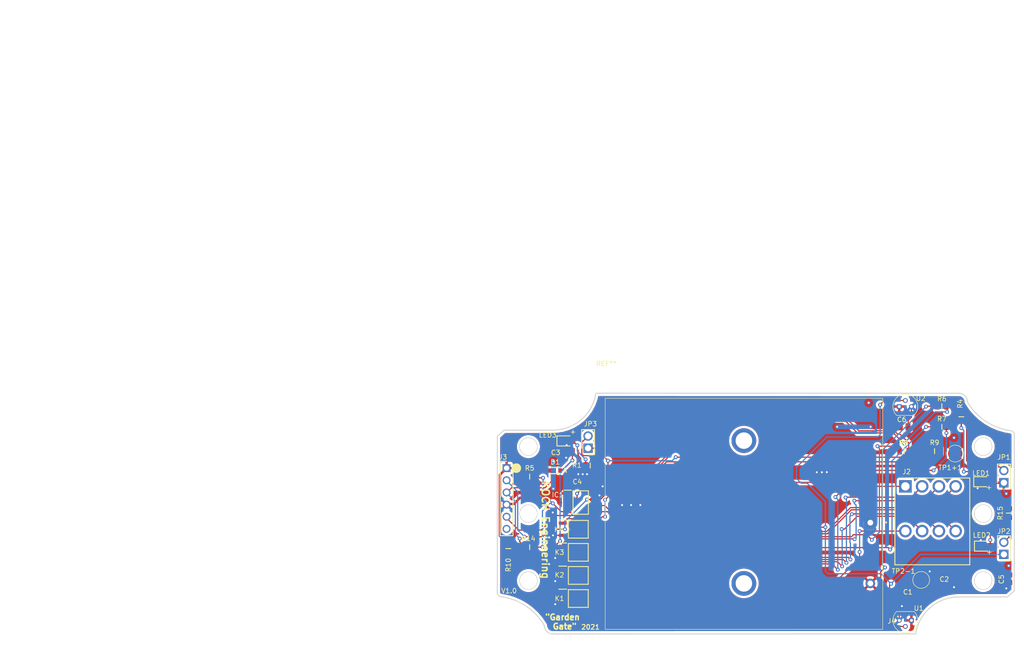
<source format=kicad_pcb>
(kicad_pcb (version 20171130) (host pcbnew "(5.1.10)-1")
  (title_block (title "Garden Gate") (date 2020-12-25) (rev 1.0) (company "KOCH Engineering") (comment 1 "Henrik J. Koch"))
  (layers (0 F.Cu signal) (31 B.Cu signal) (34 B.Paste user) (35 F.Paste user) (36 B.SilkS user) (37 F.SilkS user) (38 B.Mask user) (39 F.Mask user) (44 Edge.Cuts user))
  (net 0 "")
  (net 1 GND)
  (net 2 "Net-(C3-Pad1)")
  (net 3 +BATT)
  (net 4 /VPP_*MCLR)
  (net 5 "Net-(K1-Pad1)")
  (net 6 /DOOR_OPEN)
  (net 7 /N.C.)
  (net 8 /DOOR_CLOSE)
  (net 9 "Net-(K2-Pad1)")
  (net 10 /BATTERY_LOW)
  (net 11 "Net-(K3-Pad1)")
  (net 12 /SPARE)
  (net 13 "Net-(K4-Pad1)")
  (net 14 /DOOR_INTERRUPT_INPUT)
  (net 15 "Net-(IC1-Pad4)")
  (net 16 /DOOR_OPEN_A)
  (net 17 /DOOR_OPEN_B)
  (net 18 /DOOR_CLOSE_A)
  (net 19 /DOOR_CLOSE_B)
  (net 20 /BATTERY_LOW_A)
  (net 21 /BATTERY_LOW_B)
  (net 22 /SPARE_A)
  (net 23 /SPARE_B)
  (net 24 "Net-(LED1-Pad2)")
  (net 25 "Net-(LED2-Pad2)")
  (net 26 "Net-(JP1-Pad2)")
  (net 27 "Net-(LED3-Pad2)")
  (net 28 "Net-(J4-PadMH2)")
  (net 29 "Net-(J4-PadMH1)")
  (net 30 "Net-(JP2-Pad2)")
  (net 31 "Net-(JP3-Pad2)")
  (module "KOCH_GardenGate:3.5 mm. hole for screw" (layer F.Cu) (at 101.353 115.9766)
    (fp_text reference REF**)
    (fp_text value "3.5 mm. hole for screw")
    (pad "" np_thru_hole circle (at 0 4.064) (size 3.5 3.5) (drill 3.5) (layers *.Cu *.Mask))
  )
  (module "KOCH_GardenGate:3.5 mm. hole for screw" (layer F.Cu) (at 101.353 101.9766)
    (fp_text reference REF**)
    (fp_text value "3.5 mm. hole for screw")
    (pad "" np_thru_hole circle (at 0 4.064) (size 3.5 3.5) (drill 3.5) (layers *.Cu *.Mask))
  )
  (module "KOCH_GardenGate:3.5 mm. hole for screw" (layer F.Cu) (at 101.343 87.9766)
    (fp_text reference REF**)
    (fp_text value "3.5 mm. hole for screw")
    (pad "" np_thru_hole circle (at 0 4.064) (size 3.5 3.5) (drill 3.5) (layers *.Cu *.Mask))
  )
  (module "KOCH_GardenGate:3.5 mm. hole for screw" (layer F.Cu) (at 196.343 87.9566)
    (fp_text reference REF**)
    (fp_text value "3.5 mm. hole for screw")
    (pad "" np_thru_hole circle (at 0 4.064) (size 3.5 3.5) (drill 3.5) (layers *.Cu *.Mask))
  )
  (module "KOCH_GardenGate:3.5 mm. hole for screw" (layer F.Cu) (at 196.343 101.9666)
    (fp_text reference REF**)
    (fp_text value "3.5 mm. hole for screw")
    (pad "" np_thru_hole circle (at 0 4.064) (size 3.5 3.5) (drill 3.5) (layers *.Cu *.Mask))
  )
  (module "KOCH_GardenGate:3.5 mm. hole for screw" (layer F.Cu) (at 196.343 115.9666)
    (fp_text reference REF**)
    (fp_text value "3.5 mm. hole for screw")
    (pad "" np_thru_hole circle (at 0 4.064) (size 3.5 3.5) (drill 3.5) (layers *.Cu *.Mask))
  )
  (module "SamacSys Pretty:2464" (layer F.Cu) (at 146.7612 106.0704)
    (fp_text reference J4 (at 30.47332 22.433118) (layer F.SilkS))
    (fp_text value 2464 hide)
    (pad MH2 thru_hole circle (at -0.415 -15.3) (size 5.175 5.175) (drill 3.45) (layers *.Cu *.Mask) (net 28 "Net-(J4-PadMH2)"))
    (pad MH1 thru_hole circle (at -0.415 14.55) (size 5.175 5.175) (drill 3.45) (layers *.Cu *.Mask) (net 29 "Net-(J4-PadMH1)"))
    (pad 2 thru_hole circle (at 26.005 14.55) (size 2 2) (drill 1.2) (layers *.Cu *.Mask) (net 3 +BATT))
    (pad 1 thru_hole circle (at 26.005 1.85) (size 2 2) (drill 1.2) (layers *.Cu *.Mask) (net 1 GND))
  )
  (module KOCH_GardenGate:GardenGateLED (layer F.Cu) (at 109.0676 90.8304)
    (fp_text reference LED3 (at -3.7084 -1.2192) (layer F.SilkS))
    (fp_text value "LTST-C171YKT (Yellow)" hide)
    (pad 2 smd rect (at 1.524 0) (size 1.1 1.25) (layers F.Cu F.Paste F.Mask) (net 27 "Net-(LED3-Pad2)"))
    (pad 1 smd rect (at -0.95 0) (size 1.1 1.25) (layers F.Cu F.Paste F.Mask) (net 1 GND))
  )
  (module KOCH_GardenGate:GardenGateLED (layer F.Cu) (at 196.2912 112.8268)
    (fp_text reference LED2 (at -0.254 -2.286) (layer F.SilkS))
    (fp_text value "LTST-C171YKT (Yellow)" hide)
    (pad 2 smd rect (at 1.524 0) (size 1.1 1.25) (layers F.Cu F.Paste F.Mask) (net 25 "Net-(LED2-Pad2)"))
    (pad 1 smd rect (at -0.95 0) (size 1.1 1.25) (layers F.Cu F.Paste F.Mask) (net 1 GND))
  )
  (module KOCH_GardenGate:GardenGateLED (layer F.Cu) (at 196.1388 99.3648)
    (fp_text reference LED1 (at -0.254 -1.778) (layer F.SilkS))
    (fp_text value "LTST-C171KRKT (Red)" hide)
    (pad 2 smd rect (at 1.524 0) (size 1.1 1.25) (layers F.Cu F.Paste F.Mask) (net 24 "Net-(LED1-Pad2)"))
    (pad 1 smd rect (at -0.95 0) (size 1.1 1.25) (layers F.Cu F.Paste F.Mask) (net 1 GND))
  )
  (module "KOCH Engineering Logo" (layer F.Cu) (at 0 0)
    (fp_text reference REF** (at 117.602 74.676) (layer F.SilkS))
    (fp_text value "KOCH Engineering Logo")
  )
  (module "SamacSys Pretty:RESC2012X60N" (layer F.Cu) (at 201.676 105.918 90)
    (fp_text reference R15 (at 0 -1.778 90) (layer F.SilkS))
    (fp_text value 270R hide)
    (pad 2 smd rect (at 0.95 0 90) (size 0.95 1.4) (layers F.Cu F.Paste F.Mask) (net 25 "Net-(LED2-Pad2)"))
    (pad 1 smd rect (at -0.95 0 90) (size 0.95 1.4) (layers F.Cu F.Paste F.Mask) (net 30 "Net-(JP2-Pad2)"))
  )
  (module "SamacSys Pretty:RESC2012X60N" (layer F.Cu) (at 101.6 113.03 180)
    (fp_text reference R14 (at 0.254 1.778) (layer F.SilkS))
    (fp_text value 100R hide)
    (pad 2 smd rect (at 0.95 0 180) (size 0.95 1.4) (layers F.Cu F.Paste F.Mask) (net 4 /VPP_*MCLR))
    (pad 1 smd rect (at -0.95 0 180) (size 0.95 1.4) (layers F.Cu F.Paste F.Mask) (net 15 "Net-(IC1-Pad4)"))
  )
  (module "SamacSys Pretty:RESC2012X60N" (layer F.Cu) (at 97.1296 113.3348 270)
    (fp_text reference R10 (at 3.429 0 90) (layer F.SilkS))
    (fp_text value 10K hide)
    (pad 2 smd rect (at 0.95 0 270) (size 0.95 1.4) (layers F.Cu F.Paste F.Mask) (net 2 "Net-(C3-Pad1)"))
    (pad 1 smd rect (at -0.95 0 270) (size 0.95 1.4) (layers F.Cu F.Paste F.Mask) (net 3 +BATT))
  )
  (module "SamacSys Pretty:RESC2012X60N" (layer F.Cu) (at 186.182 92.964)
    (fp_text reference R9 (at 0 -1.778) (layer F.SilkS))
    (fp_text value 470R hide)
    (pad 2 smd rect (at 0.95 0) (size 0.95 1.4) (layers F.Cu F.Paste F.Mask) (net 13 "Net-(K4-Pad1)"))
    (pad 1 smd rect (at -0.95 0) (size 0.95 1.4) (layers F.Cu F.Paste F.Mask) (net 12 /SPARE))
  )
  (module "SamacSys Pretty:RESC2012X60N" (layer F.Cu) (at 179.832 92.964 180)
    (fp_text reference R8 (at 0.127 1.651) (layer F.SilkS) (effects (font (thickness 0.18))))
    (fp_text value 470R hide)
    (pad 2 smd rect (at 0.95 0 180) (size 0.95 1.4) (layers F.Cu F.Paste F.Mask) (net 11 "Net-(K3-Pad1)"))
    (pad 1 smd rect (at -0.95 0 180) (size 0.95 1.4) (layers F.Cu F.Paste F.Mask) (net 10 /BATTERY_LOW))
  )
  (module "SamacSys Pretty:RESC2012X60N" (layer F.Cu) (at 187.706 87.884 180)
    (fp_text reference R7 (at 0 1.651) (layer F.SilkS))
    (fp_text value 470R hide)
    (pad 2 smd rect (at 0.95 0 180) (size 0.95 1.4) (layers F.Cu F.Paste F.Mask) (net 9 "Net-(K2-Pad1)"))
    (pad 1 smd rect (at -0.95 0 180) (size 0.95 1.4) (layers F.Cu F.Paste F.Mask) (net 8 /DOOR_CLOSE))
  )
  (module "SamacSys Pretty:RESC2012X60N" (layer F.Cu) (at 187.706 83.566 180)
    (fp_text reference R6 (at 0 1.524) (layer F.SilkS))
    (fp_text value 470R hide)
    (pad 2 smd rect (at 0.95 0 180) (size 0.95 1.4) (layers F.Cu F.Paste F.Mask) (net 5 "Net-(K1-Pad1)"))
    (pad 1 smd rect (at -0.95 0 180) (size 0.95 1.4) (layers F.Cu F.Paste F.Mask) (net 6 /DOOR_OPEN))
  )
  (module "SamacSys Pretty:RESC2012X60N" (layer F.Cu) (at 101.6 98.298)
    (fp_text reference R5 (at 0 -1.778) (layer F.SilkS))
    (fp_text value 10K hide)
    (pad 2 smd rect (at 0.95 0) (size 0.95 1.4) (layers F.Cu F.Paste F.Mask) (net 15 "Net-(IC1-Pad4)"))
    (pad 1 smd rect (at -0.95 0) (size 0.95 1.4) (layers F.Cu F.Paste F.Mask) (net 3 +BATT))
  )
  (module "SamacSys Pretty:RESC2012X60N" (layer F.Cu) (at 191.77 85.786 270)
    (fp_text reference R4 (at -2.728 0.254 90) (layer F.SilkS))
    (fp_text value 270R hide)
    (pad 2 smd rect (at 0.95 0 270) (size 0.95 1.4) (layers F.Cu F.Paste F.Mask) (net 24 "Net-(LED1-Pad2)"))
    (pad 1 smd rect (at -0.95 0 270) (size 0.95 1.4) (layers F.Cu F.Paste F.Mask) (net 26 "Net-(JP1-Pad2)"))
  )
  (module "SamacSys Pretty:RESC2012X60N" (layer F.Cu) (at 114.2492 95.9612 180)
    (fp_text reference R1 (at 2.794 0.0508) (layer F.SilkS))
    (fp_text value 270R hide)
    (pad 2 smd rect (at 0.95 0 180) (size 0.95 1.4) (layers F.Cu F.Paste F.Mask) (net 27 "Net-(LED3-Pad2)"))
    (pad 1 smd rect (at -0.95 0 180) (size 0.95 1.4) (layers F.Cu F.Paste F.Mask) (net 31 "Net-(JP3-Pad2)"))
  )
  (module "SamacSys Pretty:SOP254P700X230-4N" (layer F.Cu) (at 111.75332 109.301118)
    (fp_text reference K4 (at -4.05732 0.045882) (layer F.SilkS))
    (fp_text value G3VM-61VY2 hide)
    (pad 4 smd rect (at 3.25 -1.27 90) (size 0.65 1.65) (layers F.Cu F.Paste F.Mask) (net 22 /SPARE_A))
    (pad 3 smd rect (at 3.25 1.27 90) (size 0.65 1.65) (layers F.Cu F.Paste F.Mask) (net 23 /SPARE_B))
    (pad 2 smd rect (at -3.25 1.27 90) (size 0.65 1.65) (layers F.Cu F.Paste F.Mask) (net 1 GND))
    (pad 1 smd rect (at -3.25 -1.27 90) (size 0.65 1.65) (layers F.Cu F.Paste F.Mask) (net 13 "Net-(K4-Pad1)"))
  )
  (module "SamacSys Pretty:SOP254P700X230-4N" (layer F.Cu) (at 111.75332 114.127118)
    (fp_text reference K3 (at -3.93032 0) (layer F.SilkS))
    (fp_text value G3VM-61VY2 hide)
    (pad 4 smd rect (at 3.25 -1.27 90) (size 0.65 1.65) (layers F.Cu F.Paste F.Mask) (net 20 /BATTERY_LOW_A))
    (pad 3 smd rect (at 3.25 1.27 90) (size 0.65 1.65) (layers F.Cu F.Paste F.Mask) (net 21 /BATTERY_LOW_B))
    (pad 2 smd rect (at -3.25 1.27 90) (size 0.65 1.65) (layers F.Cu F.Paste F.Mask) (net 1 GND))
    (pad 1 smd rect (at -3.25 -1.27 90) (size 0.65 1.65) (layers F.Cu F.Paste F.Mask) (net 11 "Net-(K3-Pad1)"))
  )
  (module "SamacSys Pretty:SOP254P700X230-4N" (layer F.Cu) (at 111.75332 118.953118)
    (fp_text reference K2 (at -3.93032 -0.081118) (layer F.SilkS))
    (fp_text value G3VM-61VY2 hide)
    (pad 4 smd rect (at 3.25 -1.27 90) (size 0.65 1.65) (layers F.Cu F.Paste F.Mask) (net 18 /DOOR_CLOSE_A))
    (pad 3 smd rect (at 3.25 1.27 90) (size 0.65 1.65) (layers F.Cu F.Paste F.Mask) (net 19 /DOOR_CLOSE_B))
    (pad 2 smd rect (at -3.25 1.27 90) (size 0.65 1.65) (layers F.Cu F.Paste F.Mask) (net 1 GND))
    (pad 1 smd rect (at -3.25 -1.27 90) (size 0.65 1.65) (layers F.Cu F.Paste F.Mask) (net 9 "Net-(K2-Pad1)"))
  )
  (module "SamacSys Pretty:SOP254P700X230-4N" (layer F.Cu) (at 111.75332 123.779118)
    (fp_text reference K1 (at -3.93032 0) (layer F.SilkS))
    (fp_text value G3VM-61VY2 hide)
    (pad 4 smd rect (at 3.25 -1.27 90) (size 0.65 1.65) (layers F.Cu F.Paste F.Mask) (net 16 /DOOR_OPEN_A))
    (pad 3 smd rect (at 3.25 1.27 90) (size 0.65 1.65) (layers F.Cu F.Paste F.Mask) (net 17 /DOOR_OPEN_B))
    (pad 2 smd rect (at -3.25 1.27 90) (size 0.65 1.65) (layers F.Cu F.Paste F.Mask) (net 1 GND))
    (pad 1 smd rect (at -3.25 -1.27 90) (size 0.65 1.65) (layers F.Cu F.Paste F.Mask) (net 5 "Net-(K1-Pad1)"))
  )
  (module "SamacSys Pretty:HDRV2W110P0X254_1X2_508X254X854P" (layer F.Cu) (at 200.66 114.554 90)
    (fp_text reference JP2 (at 4.826 0 180) (layer F.SilkS))
    (fp_text value 61300211121 hide)
    (pad 2 thru_hole circle (at 2.54 0 90) (size 1.95 1.95) (drill 1.3) (layers *.Cu *.Mask) (net 30 "Net-(JP2-Pad2)"))
    (pad 1 thru_hole rect (at 0 0 90) (size 1.95 1.95) (drill 1.3) (layers *.Cu *.Mask) (net 14 /DOOR_INTERRUPT_INPUT))
  )
  (module "SamacSys Pretty:HDRV2W110P0X254_1X2_508X254X854P" (layer F.Cu) (at 200.66 99.568 90)
    (fp_text reference JP1 (at 5.334 0 180) (layer F.SilkS))
    (fp_text value 61300211121 hide)
    (pad 2 thru_hole circle (at 2.54 0 90) (size 1.95 1.95) (drill 1.3) (layers *.Cu *.Mask) (net 26 "Net-(JP1-Pad2)"))
    (pad 1 thru_hole rect (at 0 0 90) (size 1.95 1.95) (drill 1.3) (layers *.Cu *.Mask) (net 3 +BATT))
  )
  (module "SamacSys Pretty:HDRV2W110P0X254_1X2_508X254X854P" (layer F.Cu) (at 113.792 92.3544 90)
    (fp_text reference JP3 (at 5.08 0.508 180) (layer F.SilkS))
    (fp_text value 61300211121 hide)
    (pad 2 thru_hole circle (at 2.54 0 90) (size 1.95 1.95) (drill 1.3) (layers *.Cu *.Mask) (net 31 "Net-(JP3-Pad2)"))
    (pad 1 thru_hole rect (at 0 0 90) (size 1.95 1.95) (drill 1.3) (layers *.Cu *.Mask) (net 12 /SPARE))
  )
  (module "SamacSys Pretty:HDRV6W64P0X254_1X6_1524X254X869P" (layer F.Cu) (at 96.774 96.52 270)
    (fp_text reference J3 (at -2.286 0.762 180) (layer F.SilkS))
    (fp_text value 61300611121 hide)
    (pad 6 thru_hole circle (at 12.7 0 270) (size 1.65 1.65) (drill 1.1) (layers *.Cu *.Mask) (net 7 /N.C.))
    (pad 5 thru_hole circle (at 10.16 0 270) (size 1.65 1.65) (drill 1.1) (layers *.Cu *.Mask) (net 8 /DOOR_CLOSE))
    (pad 4 thru_hole circle (at 7.62 0 270) (size 1.65 1.65) (drill 1.1) (layers *.Cu *.Mask) (net 1 GND))
    (pad 3 thru_hole circle (at 5.08 0 270) (size 1.65 1.65) (drill 1.1) (layers *.Cu *.Mask) (net 4 /VPP_*MCLR))
    (pad 2 thru_hole circle (at 2.54 0 270) (size 1.65 1.65) (drill 1.1) (layers *.Cu *.Mask) (net 6 /DOOR_OPEN))
    (pad 1 thru_hole rect (at 0 0 270) (size 1.65 1.65) (drill 1.1) (layers *.Cu *.Mask) (net 3 +BATT))
  )
  (module "SamacSys Pretty:SOIC127P600X175-8N" (layer F.Cu) (at 112.26132 103.713118)
    (fp_text reference IC1 (at -4.81932 -1.605118) (layer F.SilkS))
    (fp_text value PIC12F1822-I_SN hide)
    (pad 8 smd rect (at 2.7 -1.905 90) (size 0.65 1.5) (layers F.Cu F.Paste F.Mask) (net 1 GND))
    (pad 7 smd rect (at 2.7 -0.635 90) (size 0.65 1.5) (layers F.Cu F.Paste F.Mask) (net 6 /DOOR_OPEN))
    (pad 6 smd rect (at 2.7 0.635 90) (size 0.65 1.5) (layers F.Cu F.Paste F.Mask) (net 8 /DOOR_CLOSE))
    (pad 5 smd rect (at 2.7 1.905 90) (size 0.65 1.5) (layers F.Cu F.Paste F.Mask) (net 14 /DOOR_INTERRUPT_INPUT))
    (pad 4 smd rect (at -2.7 1.905 90) (size 0.65 1.5) (layers F.Cu F.Paste F.Mask) (net 15 "Net-(IC1-Pad4)"))
    (pad 3 smd rect (at -2.7 0.635 90) (size 0.65 1.5) (layers F.Cu F.Paste F.Mask) (net 10 /BATTERY_LOW))
    (pad 2 smd rect (at -2.7 -0.635 90) (size 0.65 1.5) (layers F.Cu F.Paste F.Mask) (net 12 /SPARE))
    (pad 1 smd rect (at -2.7 -1.905 90) (size 0.65 1.5) (layers F.Cu F.Paste F.Mask) (net 3 +BATT))
  )
  (module "SamacSys Pretty:SD0805" (layer F.Cu) (at 106.934 97.028)
    (fp_text reference D1 (at 0 -1.778) (layer F.SilkS))
    (fp_text value SD0805S040S0R5 hide)
    (pad 2 smd rect (at 1.05 0) (size 0.8 0.9) (layers F.Cu F.Paste F.Mask) (net 2 "Net-(C3-Pad1)"))
    (pad 1 smd rect (at -1.05 0) (size 0.8 0.9) (layers F.Cu F.Paste F.Mask) (net 4 /VPP_*MCLR))
  )
  (module "SamacSys Pretty:CAPC2012X88N" (layer F.Cu) (at 179.832 87.884 180)
    (fp_text reference C6 (at 0.508 1.524) (layer F.SilkS))
    (fp_text value 100nF hide)
    (pad 2 smd rect (at 0.8 0 180) (size 1.02 1.47) (layers F.Cu F.Paste F.Mask) (net 3 +BATT))
    (pad 1 smd rect (at -0.8 0 180) (size 1.02 1.47) (layers F.Cu F.Paste F.Mask) (net 1 GND))
  )
  (module "SamacSys Pretty:CAPC2012X88N" (layer F.Cu) (at 201.676 119.634 270)
    (fp_text reference C5 (at 0.127 1.524 90) (layer F.SilkS))
    (fp_text value 100nF hide)
    (pad 2 smd rect (at 0.8 0 270) (size 1.02 1.47) (layers F.Cu F.Paste F.Mask) (net 1 GND))
    (pad 1 smd rect (at -0.8 0 270) (size 1.02 1.47) (layers F.Cu F.Paste F.Mask) (net 3 +BATT))
  )
  (module "SamacSys Pretty:CAPC2012X88N" (layer F.Cu) (at 114.3508 99.3648)
    (fp_text reference C4 (at -2.794 0) (layer F.SilkS))
    (fp_text value 100nF hide)
    (pad 2 smd rect (at 0.8 0) (size 1.02 1.47) (layers F.Cu F.Paste F.Mask) (net 1 GND))
    (pad 1 smd rect (at -0.8 0) (size 1.02 1.47) (layers F.Cu F.Paste F.Mask) (net 3 +BATT))
  )
  (module "SamacSys Pretty:CAPC2012X88N" (layer F.Cu) (at 109.728 93.0656 180)
    (fp_text reference C3 (at 2.6924 -0.2032) (layer F.SilkS))
    (fp_text value 100nF hide)
    (pad 2 smd rect (at 0.8 0 180) (size 1.02 1.47) (layers F.Cu F.Paste F.Mask) (net 1 GND))
    (pad 1 smd rect (at -0.8 0 180) (size 1.02 1.47) (layers F.Cu F.Paste F.Mask) (net 2 "Net-(C3-Pad1)"))
  )
  (module "SamacSys Pretty:CAPC2012X135N" (layer F.Cu) (at 188.214 121.412)
    (fp_text reference C2 (at 0 -1.651) (layer F.SilkS))
    (fp_text value 1uF hide)
    (pad 2 smd rect (at 0.79 0) (size 0.96 1.39) (layers F.Cu F.Paste F.Mask) (net 1 GND))
    (pad 1 smd rect (at -0.79 0) (size 0.96 1.39) (layers F.Cu F.Paste F.Mask) (net 3 +BATT))
  )
  (module "SamacSys Pretty:CAPC2012X88N" (layer F.Cu) (at 180.594 123.952)
    (fp_text reference C1 (at 0 -1.524) (layer F.SilkS))
    (fp_text value 100nF hide)
    (pad 2 smd rect (at 0.8 0) (size 1.02 1.47) (layers F.Cu F.Paste F.Mask) (net 3 +BATT))
    (pad 1 smd rect (at -0.8 0) (size 1.02 1.47) (layers F.Cu F.Paste F.Mask) (net 1 GND))
  )
  (module TO_SOT_Packages_THT:TO-92_Molded_Narrow (layer F.Cu) (at 178.80932 83.647118)
    (fp_text reference U2 (at 4.47708 -1.706718) (layer F.SilkS))
    (fp_text value DRV5032AJDBZR)
    (pad 2 thru_hole circle (at 1.27 -1.27 90) (size 1 1) (drill 0.6) (layers *.Cu *.Mask) (net 14 /DOOR_INTERRUPT_INPUT))
    (pad 3 thru_hole circle (at 2.54 0 90) (size 1 1) (drill 0.6) (layers *.Cu *.Mask) (net 1 GND))
    (pad 1 thru_hole rect (at 0 0 90) (size 1 1) (drill 0.6) (layers *.Cu *.Mask) (net 3 +BATT))
  )
  (module TO_SOT_Packages_THT:TO-92_Molded_Narrow (layer F.Cu) (at 181.34932 128.351118 180)
    (fp_text reference U1 (at -1.524 2.54) (layer F.SilkS))
    (fp_text value DRV5032AJDBZR hide)
    (pad 2 thru_hole circle (at 1.27 -1.27 270) (size 1 1) (drill 0.6) (layers *.Cu *.Mask) (net 14 /DOOR_INTERRUPT_INPUT))
    (pad 3 thru_hole circle (at 2.54 0 270) (size 1 1) (drill 0.6) (layers *.Cu *.Mask) (net 1 GND))
    (pad 1 thru_hole rect (at 0 0 270) (size 1 1) (drill 0.6) (layers *.Cu *.Mask) (net 3 +BATT))
  )
  (module SHDR8W110P935X350_2X4_1550X1800X2440P (layer F.Cu) (at 180.086 100.33)
    (fp_text reference J2 (at 0.254 -3.048) (layer F.SilkS))
    (fp_text value 1841513 hide)
    (pad 1 thru_hole rect (at 0 0) (size 2.625 2.625) (drill 1.75) (layers *.Cu *.Mask) (net 16 /DOOR_OPEN_A))
    (pad 2 thru_hole circle (at 0 9.35) (size 2.625 2.625) (drill 1.75) (layers *.Cu *.Mask) (net 17 /DOOR_OPEN_B))
    (pad 3 thru_hole circle (at 3.5 0) (size 2.625 2.625) (drill 1.75) (layers *.Cu *.Mask) (net 18 /DOOR_CLOSE_A))
    (pad 4 thru_hole circle (at 3.5 9.35) (size 2.625 2.625) (drill 1.75) (layers *.Cu *.Mask) (net 19 /DOOR_CLOSE_B))
    (pad 5 thru_hole circle (at 7 0) (size 2.625 2.625) (drill 1.75) (layers *.Cu *.Mask) (net 20 /BATTERY_LOW_A))
    (pad 6 thru_hole circle (at 7 9.35) (size 2.625 2.625) (drill 1.75) (layers *.Cu *.Mask) (net 21 /BATTERY_LOW_B))
    (pad 7 thru_hole circle (at 10.5 0) (size 2.625 2.625) (drill 1.75) (layers *.Cu *.Mask) (net 22 /SPARE_A))
    (pad 8 thru_hole circle (at 10.5 9.35) (size 2.625 2.625) (drill 1.75) (layers *.Cu *.Mask) (net 23 /SPARE_B))
  )
  (module "Test Points:TestPoint_Pad_D3.0mm" (layer F.Cu) (at 190.5 93.472)
    (fp_text reference TP1+1 (at -1.0668 2.9464) (layer F.SilkS))
    (fp_text value TestPoint)
    (pad 1 smd circle (at 0 0) (size 3 3) (layers F.Cu F.Mask) (net 3 +BATT))
  )
  (module "Test Points:TestPoint_Pad_D3.0mm" (layer F.Cu) (at 183.388 119.888)
    (fp_text reference TP2-1 (at -3.7084 -1.8288) (layer F.SilkS))
    (fp_text value TestPoint)
    (pad 1 smd circle (at 0 0) (size 3 3) (layers F.Cu F.Mask) (net 1 GND))
  )
  (gr_text "+\n" (at 110.6424 88.9) (layer F.SilkS) (effects (font (size 1 1))))
  (gr_text "A\n" (at 108.966 97.028) (layer F.SilkS) (effects (font (size 1 1))))
  (gr_text "+\n" (at 197.612 114.046) (layer F.SilkS) (effects (font (size 1 1))))
  (gr_text "+\n" (at 197.5612 100.5332) (layer F.SilkS) (effects (font (size 1 1))))
  (gr_text "2021\n\n" (at 114.3 130.556) (layer F.SilkS) (effects (font (size 1 1) (thickness 0.2))))
  (gr_text "V1.0\n" (at 97.282 122.174) (layer F.SilkS) (effects (font (size 1 1))))
  (gr_line (start 96.249424 88.582758) (end 102.599424 88.582758) (layer Edge.Cuts) (width 0.2))
  (gr_line (start 106.409424 88.582758) (end 102.599424 88.582758) (layer Edge.Cuts) (width 0.2))
  (gr_arc (start 106.409424 79.438758) (end 106.409424 88.582758) (angle -81.1) (layer Edge.Cuts) (width 0.2))
  (gr_line (start 94.83932 89.870916) (end 96.249424 88.582758) (layer Edge.Cuts) (width 0.2))
  (gr_arc (start 191.262 132.588) (end 191.262 123.444) (angle -81.1) (layer Edge.Cuts) (width 0.2))
  (gr_circle (center 98.806 96.52) (end 98.806 96.52) (layer F.SilkS) (width 1))
  (gr_line (start 202.843198 91.502497) (end 202.86145 89.580901) (layer Edge.Cuts) (width 0.2))
  (gr_arc (start 191.255178 82.648845) (end 193.033178 82.648845) (angle -90.51101333) (layer Edge.Cuts) (width 0.2))
  (gr_arc (start 203.708 76.454) (end 193.033178 82.648845) (angle -52.78732097) (layer Edge.Cuts) (width 0.2))
  (gr_arc (start 201.951858 89.580901) (end 202.86145 89.580901) (angle -75.10407873) (layer Edge.Cuts) (width 0.2))
  (gr_arc (start 93.98 135.636) (end 104.654593 129.415427) (angle -52.7) (layer Edge.Cuts) (width 0.2))
  (gr_arc (start 106.432593 129.415427) (end 104.654593 129.415427) (angle -90) (layer Edge.Cuts) (width 0.2))
  (gr_arc (start 95.739322 122.497146) (end 94.82973 122.497146) (angle -74.9) (layer Edge.Cuts) (width 0.2))
  (gr_line (start 94.83932 120.597321) (end 94.82973 122.497146) (layer Edge.Cuts) (width 0.2))
  (gr_text "\"Garden\n Gate\"\n" (at 108.458 128.651) (layer F.SilkS) (effects (font (size 1.2 1.2) (thickness 0.3))))
  (gr_text "KOCH Engineering\n" (at 104.902 109.474 270) (layer F.SilkS) (effects (font (size 1.5 1.5) (thickness 0.3))))
  (gr_line (start 202.843198 91.502497) (end 202.83932 122.187321) (layer Edge.Cuts) (width 0.2))
  (gr_line (start 106.432593 131.193427) (end 182.228095 131.173328) (layer Edge.Cuts) (width 0.2))
  (gr_circle (center 101.33932 106.029118) (end 103.13932 106.029118) (layer Edge.Cuts) (width 0.2))
  (gr_circle (center 101.353 120.0266) (end 103.153 120.0266) (layer Edge.Cuts) (width 0.2))
  (gr_circle (center 196.33932 106.029118) (end 198.13932 106.029118) (layer Edge.Cuts) (width 0.2))
  (gr_circle (center 196.33932 92.029118) (end 198.13932 92.029118) (layer Edge.Cuts) (width 0.2))
  (gr_circle (center 101.33932 92.029118) (end 103.13932 92.029118) (layer Edge.Cuts) (width 0.2))
  (gr_line (start 94.83932 120.597321) (end 94.83932 89.870916) (layer Edge.Cuts) (width 0.2))
  (gr_circle (center 196.33932 120.029118) (end 198.13932 120.029118) (layer Edge.Cuts) (width 0.2))
  (gr_line (start 191.23932 80.870916) (end 115.443329 80.85343) (layer Edge.Cuts) (width 0.2))
  (gr_line (start 202.83932 122.187321) (end 201.422 123.444) (layer Edge.Cuts) (width 0.2))
  (gr_line (start 191.262 123.444) (end 195.072 123.444) (layer Edge.Cuts) (width 0.2))
  (gr_line (start 201.422 123.444) (end 195.072 123.444) (layer Edge.Cuts) (width 0.2))
  (segment (start 180.675118 87.840882) (end 180.632 87.884) (width 0.25) (layer F.Cu) (net 1))
  (segment (start 180.675118 86.441118) (end 180.675118 87.840882) (width 0.25) (layer F.Cu) (net 1))
  (segment (start 180.766882 86.441118) (end 180.675118 86.441118) (width 0.25) (layer F.Cu) (net 1))
  (segment (start 181.34932 85.85868) (end 180.766882 86.441118) (width 0.25) (layer F.Cu) (net 1))
  (segment (start 181.34932 83.647118) (end 181.34932 85.85868) (width 0.25) (layer F.Cu) (net 1))
  (via (at 190.246 121.412) (size 0.8) (drill 0.4) (layers F.Cu B.Cu) (net 1))
  (segment (start 189.004 121.412) (end 190.246 121.412) (width 0.25) (layer F.Cu) (net 1))
  (via (at 106.934 120.142) (size 0.8) (drill 0.4) (layers F.Cu B.Cu) (net 1))
  (via (at 106.934 124.968) (size 0.8) (drill 0.4) (layers F.Cu B.Cu) (net 1))
  (segment (start 108.422202 120.142) (end 108.50332 120.223118) (width 0.25) (layer F.Cu) (net 1))
  (segment (start 106.934 120.142) (end 108.422202 120.142) (width 0.25) (layer F.Cu) (net 1))
  (segment (start 107.015118 125.049118) (end 106.934 124.968) (width 0.25) (layer F.Cu) (net 1))
  (segment (start 108.50332 125.049118) (end 107.015118 125.049118) (width 0.25) (layer F.Cu) (net 1))
  (via (at 106.934028 115.316) (size 0.8) (drill 0.4) (layers F.Cu B.Cu) (net 1))
  (segment (start 108.50332 115.397118) (end 107.015146 115.397118) (width 0.25) (layer F.Cu) (net 1))
  (segment (start 107.015146 115.397118) (end 106.934028 115.316) (width 0.25) (layer F.Cu) (net 1))
  (via (at 106.426 105.791) (size 0.8) (drill 0.4) (layers F.Cu B.Cu) (net 1))
  (via (at 106.471892 110.571118) (size 0.8) (drill 0.4) (layers F.Cu B.Cu) (net 1))
  (segment (start 108.50332 110.571118) (end 106.471892 110.571118) (width 0.25) (layer F.Cu) (net 1))
  (segment (start 106.426 105.791) (end 106.426 110.525226) (width 0.5) (layer B.Cu) (net 1))
  (segment (start 106.426 110.525226) (end 106.471892 110.571118) (width 0.25) (layer B.Cu) (net 1))
  (segment (start 96.774 104.14) (end 96.774 104.013) (width 0.25) (layer F.Cu) (net 1))
  (segment (start 98.298 104.013) (end 96.774 104.013) (width 0.5) (layer F.Cu) (net 1))
  (segment (start 99.568 102.743) (end 98.298 104.013) (width 0.5) (layer F.Cu) (net 1))
  (segment (start 103.378 102.743) (end 99.568 102.743) (width 0.5) (layer F.Cu) (net 1))
  (segment (start 106.426 105.791) (end 103.378 102.743) (width 0.5) (layer F.Cu) (net 1))
  (via (at 201.168 121.666004) (size 0.8) (drill 0.4) (layers F.Cu B.Cu) (net 1))
  (segment (start 201.676 121.158004) (end 201.168 121.666004) (width 0.25) (layer F.Cu) (net 1))
  (segment (start 201.676 120.434) (end 201.676 121.158004) (width 0.25) (layer F.Cu) (net 1))
  (via (at 179.35431 125.3744) (size 0.8) (drill 0.4) (layers F.Cu B.Cu) (net 1))
  (segment (start 179.794 123.952) (end 179.794 124.93471) (width 0.25) (layer F.Cu) (net 1))
  (segment (start 179.794 124.93471) (end 179.35431 125.3744) (width 0.25) (layer F.Cu) (net 1))
  (segment (start 178.80932 128.351118) (end 178.80932 125.91939) (width 0.25) (layer F.Cu) (net 1))
  (segment (start 178.80932 125.91939) (end 179.35431 125.3744) (width 0.25) (layer F.Cu) (net 1))
  (segment (start 108.928 93.0656) (end 108.928 94.0436) (width 0.25) (layer F.Cu) (net 1))
  (via (at 109.22 94.3356) (size 0.8) (drill 0.4) (layers F.Cu B.Cu) (net 1))
  (segment (start 108.928 94.0436) (end 109.22 94.3356) (width 0.25) (layer F.Cu) (net 1))
  (via (at 195.833999 111.5568) (size 0.8) (drill 0.4) (layers F.Cu B.Cu) (net 1))
  (segment (start 195.833999 112.334001) (end 195.833999 111.5568) (width 0.25) (layer F.Cu) (net 1))
  (segment (start 195.3412 112.8268) (end 195.833999 112.334001) (width 0.25) (layer F.Cu) (net 1))
  (segment (start 195.1888 100.7212) (end 195.1736 100.7364) (width 0.25) (layer F.Cu) (net 1))
  (segment (start 195.1888 99.3648) (end 195.1888 100.7212) (width 0.25) (layer F.Cu) (net 1))
  (via (at 195.1736 100.7364) (size 0.8) (drill 0.4) (layers F.Cu B.Cu) (net 1))
  (segment (start 108.458 90.8304) (end 109.3216 91.694) (width 0.25) (layer F.Cu) (net 1))
  (segment (start 108.1176 90.8304) (end 108.458 90.8304) (width 0.25) (layer F.Cu) (net 1))
  (via (at 109.3216 91.694) (size 0.8) (drill 0.4) (layers F.Cu B.Cu) (net 1))
  (via (at 116.84 100.33) (size 0.8) (drill 0.4) (layers F.Cu B.Cu) (net 1))
  (segment (start 115.769673 101.808118) (end 116.180748 102.219193) (width 0.25) (layer F.Cu) (net 1))
  (segment (start 114.96132 101.808118) (end 115.769673 101.808118) (width 0.25) (layer F.Cu) (net 1))
  (via (at 116.180748 102.219193) (size 0.8) (drill 0.4) (layers F.Cu B.Cu) (net 1))
  (segment (start 115.354 99.314) (end 115.824 99.314) (width 0.25) (layer F.Cu) (net 1))
  (segment (start 115.824 99.314) (end 116.84 100.33) (width 0.25) (layer F.Cu) (net 1))
  (segment (start 183.388 119.888) (end 185.166003 118.109997) (width 0.25) (layer F.Cu) (net 1))
  (via (at 185.166003 118.109997) (size 0.8) (drill 0.4) (layers F.Cu B.Cu) (net 1))
  (via (at 113.5888 97.79) (size 0.8) (drill 0.4) (layers F.Cu B.Cu) (net 1))
  (segment (start 113.754 97.9044) (end 113.7412 97.8916) (width 0.25) (layer F.Cu) (net 1))
  (via (at 112.6744 97.79) (size 0.8) (drill 0.4) (layers F.Cu B.Cu) (net 1))
  (segment (start 111.80872 97.74128) (end 111.76 97.79) (width 1) (layer B.Cu) (net 1))
  (via (at 111.76 97.79) (size 0.8) (drill 0.4) (layers F.Cu B.Cu) (net 1))
  (segment (start 120.80032 104.149118) (end 120.8024 104.147038) (width 1) (layer B.Cu) (net 1))
  (segment (start 120.892802 104.2416) (end 122.7836 104.2416) (width 3) (layer F.Cu) (net 1))
  (segment (start 120.80032 104.149118) (end 120.892802 104.2416) (width 3) (layer F.Cu) (net 1))
  (via (at 161.5694 97.3836) (size 0.8) (drill 0.4) (layers F.Cu B.Cu) (net 1))
  (via (at 162.6362 97.3836) (size 0.8) (drill 0.4) (layers F.Cu B.Cu) (net 1))
  (via (at 163.6776 97.3582) (size 0.8) (drill 0.4) (layers F.Cu B.Cu) (net 1))
  (segment (start 120.8024 98.60696) (end 120.8024 98.75312) (width 1) (layer B.Cu) (net 1))
  (segment (start 120.8024 98.75312) (end 120.80032 98.7552) (width 1) (layer B.Cu) (net 1))
  (via (at 120.904 104.2416) (size 0.8) (drill 0.4) (layers F.Cu B.Cu) (net 1))
  (segment (start 121.0564 104.0384) (end 125.5776 104.0384) (width 3) (layer B.Cu) (net 1))
  (segment (start 122.7836 104.2416) (end 124.714 104.2416) (width 3) (layer F.Cu) (net 1))
  (via (at 122.7836 104.2416) (size 0.8) (drill 0.4) (layers F.Cu B.Cu) (net 1))
  (via (at 124.714 104.2416) (size 0.8) (drill 0.4) (layers F.Cu B.Cu) (net 1))
  (segment (start 172.7662 98.522) (end 171.8056 97.5614) (width 3) (layer B.Cu) (net 1))
  (segment (start 172.7662 107.9204) (end 172.7662 98.522) (width 3) (layer B.Cu) (net 1))
  (segment (start 171.577 97.4344) (end 171.704 97.5614) (width 3) (layer B.Cu) (net 1))
  (segment (start 161.6202 97.4344) (end 171.577 97.4344) (width 3) (layer B.Cu) (net 1))
  (segment (start 163.6014 97.4344) (end 163.6776 97.3582) (width 3) (layer F.Cu) (net 1))
  (segment (start 132.4864 97.4344) (end 163.6014 97.4344) (width 3) (layer F.Cu) (net 1))
  (segment (start 125.6792 104.2416) (end 132.4864 97.4344) (width 3) (layer F.Cu) (net 1))
  (segment (start 124.714 104.2416) (end 125.6792 104.2416) (width 3) (layer F.Cu) (net 1))
  (segment (start 120.8024 98.3234) (end 120.7262 98.2472) (width 3) (layer B.Cu) (net 1))
  (segment (start 120.8024 104.147038) (end 120.8024 98.3234) (width 3) (layer B.Cu) (net 1))
  (segment (start 111.8362 97.7138) (end 111.80872 97.74128) (width 2) (layer B.Cu) (net 1))
  (segment (start 120.77284 97.7138) (end 111.8362 97.7138) (width 2) (layer B.Cu) (net 1))
  (segment (start 120.80032 97.74128) (end 120.77284 97.7138) (width 2) (layer B.Cu) (net 1))
  (via (at 107.95 111.76) (size 0.8) (drill 0.4) (layers F.Cu B.Cu) (net 2))
  (segment (start 104.46 115.25) (end 107.95 111.76) (width 0.25) (layer F.Cu) (net 2))
  (segment (start 98.0948 115.25) (end 104.46 115.25) (width 0.25) (layer F.Cu) (net 2))
  (segment (start 97.1296 114.2848) (end 98.0948 115.25) (width 0.25) (layer F.Cu) (net 2))
  (segment (start 110.528 93.0656) (end 110.528 94.899266) (width 0.25) (layer F.Cu) (net 2))
  (segment (start 107.95 111.76) (end 107.95 97.477266) (width 0.25) (layer B.Cu) (net 2))
  (segment (start 110.528 94.899266) (end 110.525707 94.901559) (width 0.25) (layer F.Cu) (net 2))
  (segment (start 108.23132 97.109118) (end 110.438879 94.901559) (width 0.25) (layer F.Cu) (net 2))
  (segment (start 107.95 97.477266) (end 110.525707 94.901559) (width 0.25) (layer B.Cu) (net 2))
  (segment (start 110.438879 94.901559) (end 110.525707 94.901559) (width 0.25) (layer F.Cu) (net 2))
  (via (at 110.525707 94.901559) (size 0.8) (drill 0.4) (layers F.Cu B.Cu) (net 2))
  (segment (start 201.66932 116.921118) (end 201.66932 116.921118) (width 0.25) (layer F.Cu) (net 3))
  (via (at 201.66932 116.921118) (size 0.8) (drill 0.4) (layers F.Cu B.Cu) (net 3))
  (segment (start 96.855118 96.601118) (end 96.76732 96.601118) (width 0.25) (layer B.Cu) (net 3))
  (segment (start 200.65332 99.649118) (end 200.66 99.655798) (width 0.25) (layer B.Cu) (net 3))
  (segment (start 201.66932 118.82732) (end 201.66932 116.921118) (width 0.25) (layer F.Cu) (net 3))
  (segment (start 201.676 118.834) (end 201.66932 118.82732) (width 0.25) (layer F.Cu) (net 3))
  (via (at 201.168 101.853994) (size 0.8) (drill 0.4) (layers F.Cu B.Cu) (net 3))
  (segment (start 200.66 99.568) (end 200.66 101.345994) (width 0.25) (layer B.Cu) (net 3))
  (segment (start 200.66 101.345994) (end 201.168 101.853994) (width 0.25) (layer B.Cu) (net 3))
  (via (at 190.246 90.17) (size 0.8) (drill 0.4) (layers F.Cu B.Cu) (net 3))
  (segment (start 190.246 93.218) (end 190.5 93.472) (width 0.25) (layer F.Cu) (net 3))
  (segment (start 190.246 90.17) (end 190.246 93.218) (width 0.25) (layer F.Cu) (net 3))
  (segment (start 106.934 96.642998) (end 106.934 98.044) (width 0.25) (layer F.Cu) (net 3))
  (via (at 172.8216 87.883996) (size 0.8) (drill 0.4) (layers F.Cu B.Cu) (net 3))
  (segment (start 179.032 87.884) (end 172.821604 87.884) (width 1) (layer F.Cu) (net 3))
  (segment (start 172.821604 87.884) (end 172.8216 87.883996) (width 0.25) (layer F.Cu) (net 3))
  (segment (start 95.38933 110.64453) (end 97.1296 112.3848) (width 0.5) (layer F.Cu) (net 3))
  (segment (start 95.38933 97.90467) (end 95.38933 110.64453) (width 0.5) (layer F.Cu) (net 3))
  (segment (start 96.774 96.52) (end 95.38933 97.90467) (width 0.5) (layer F.Cu) (net 3))
  (segment (start 113.5508 99.3648) (end 113.5888 99.3268) (width 1) (layer F.Cu) (net 3))
  (via (at 172.4152 82.8548) (size 0.8) (drill 0.4) (layers F.Cu B.Cu) (net 3))
  (segment (start 165.836604 87.883996) (end 165.8366 87.884) (width 0.25) (layer B.Cu) (net 3))
  (segment (start 172.8216 87.883996) (end 165.836604 87.883996) (width 1) (layer B.Cu) (net 3))
  (segment (start 165.8366 87.884) (end 165.8366 87.884) (width 0.25) (layer B.Cu) (net 3))
  (via (at 165.8366 87.884) (size 0.8) (drill 0.4) (layers F.Cu B.Cu) (net 3))
  (via (at 106.553 95.1066) (size 0.8) (drill 0.4) (layers F.Cu B.Cu) (net 3))
  (via (at 106.543 100.8166) (size 0.8) (drill 0.4) (layers F.Cu B.Cu) (net 3))
  (segment (start 106.543 95.1166) (end 106.553 95.1066) (width 1) (layer B.Cu) (net 3))
  (segment (start 106.543 100.8166) (end 106.543 95.1166) (width 1) (layer B.Cu) (net 3))
  (segment (start 106.13132 99.298118) (end 106.13132 97.109118) (width 0.25) (layer F.Cu) (net 4))
  (segment (start 96.76732 101.681118) (end 97.82744 100.620998) (width 0.25) (layer F.Cu) (net 4))
  (segment (start 97.82744 100.620998) (end 104.80844 100.620998) (width 0.25) (layer F.Cu) (net 4))
  (segment (start 104.80844 100.620998) (end 106.13132 99.298118) (width 0.25) (layer F.Cu) (net 4))
  (via (at 99.517196 111.252) (size 0.8) (drill 0.4) (layers F.Cu B.Cu) (net 4))
  (segment (start 100.65 113.03) (end 99.517196 111.897196) (width 0.25) (layer F.Cu) (net 4))
  (segment (start 99.517196 111.897196) (end 99.517196 111.252) (width 0.25) (layer F.Cu) (net 4))
  (segment (start 96.76732 101.681118) (end 98.609201 103.522999) (width 0.25) (layer B.Cu) (net 4))
  (segment (start 98.609201 103.522999) (end 98.609201 110.344005) (width 0.25) (layer B.Cu) (net 4))
  (segment (start 98.609201 110.344005) (end 99.517196 111.252) (width 0.25) (layer B.Cu) (net 4))
  (via (at 175.8315 117.284504) (size 0.8) (drill 0.4) (layers F.Cu B.Cu) (net 5))
  (via (at 184.39732 83.647118) (size 0.8) (drill 0.4) (layers F.Cu B.Cu) (net 5))
  (segment (start 186.756 83.566) (end 184.478438 83.566) (width 0.25) (layer F.Cu) (net 5))
  (segment (start 184.478438 83.566) (end 184.39732 83.647118) (width 0.25) (layer F.Cu) (net 5))
  (segment (start 175.2092 92.835238) (end 175.2092 116.662204) (width 0.25) (layer B.Cu) (net 5))
  (segment (start 175.2092 116.662204) (end 175.8315 117.284504) (width 0.25) (layer B.Cu) (net 5))
  (segment (start 184.39732 83.647118) (end 175.2092 92.835238) (width 0.25) (layer B.Cu) (net 5))
  (segment (start 174.9298 118.186204) (end 175.8315 117.284504) (width 0.25) (layer F.Cu) (net 5))
  (segment (start 174.9298 122.301) (end 174.9298 118.186204) (width 0.25) (layer F.Cu) (net 5))
  (segment (start 113.756202 127.762) (end 169.4688 127.762) (width 0.25) (layer F.Cu) (net 5))
  (segment (start 169.4688 127.762) (end 174.9298 122.301) (width 0.25) (layer F.Cu) (net 5))
  (segment (start 108.50332 122.509118) (end 113.756202 127.762) (width 0.25) (layer F.Cu) (net 5))
  (via (at 108.95932 109.301118) (size 0.8) (drill 0.4) (layers F.Cu B.Cu) (net 6))
  (segment (start 188.79532 83.647118) (end 188.79532 84.76268) (width 0.25) (layer F.Cu) (net 6))
  (via (at 188.79532 84.76268) (size 0.8) (drill 0.4) (layers F.Cu B.Cu) (net 6))
  (via (at 113.58391 103.078118) (size 0.8) (drill 0.4) (layers F.Cu B.Cu) (net 6))
  (segment (start 114.96132 103.078118) (end 113.58391 103.078118) (width 0.25) (layer F.Cu) (net 6))
  (segment (start 108.95932 109.301118) (end 108.95932 107.702708) (width 0.25) (layer B.Cu) (net 6))
  (segment (start 108.95932 107.702708) (end 113.58391 103.078118) (width 0.25) (layer B.Cu) (net 6))
  (segment (start 186.35267 84.76268) (end 179.76314 91.35221) (width 0.25) (layer B.Cu) (net 6))
  (segment (start 188.79532 84.76268) (end 186.35267 84.76268) (width 0.25) (layer B.Cu) (net 6))
  (via (at 179.76314 91.35221) (size 0.8) (drill 0.4) (layers F.Cu B.Cu) (net 6))
  (segment (start 99.091805 101.465603) (end 99.091805 109.455007) (width 0.25) (layer B.Cu) (net 6))
  (segment (start 108.95932 109.301118) (end 105.906878 109.301118) (width 0.25) (layer F.Cu) (net 6))
  (segment (start 104.336996 110.871) (end 100.507798 110.871) (width 0.25) (layer F.Cu) (net 6))
  (via (at 100.507798 110.871) (size 0.8) (drill 0.4) (layers F.Cu B.Cu) (net 6))
  (segment (start 96.76732 99.141118) (end 99.091805 101.465603) (width 0.25) (layer B.Cu) (net 6))
  (segment (start 99.091805 109.455007) (end 100.507798 110.871) (width 0.25) (layer B.Cu) (net 6))
  (segment (start 105.906878 109.301118) (end 104.336996 110.871) (width 0.25) (layer F.Cu) (net 6))
  (segment (start 178.254953 89.844023) (end 179.76314 91.35221) (width 0.25) (layer F.Cu) (net 6))
  (segment (start 170.058021 89.159021) (end 177.569951 89.159021) (width 0.25) (layer F.Cu) (net 6))
  (segment (start 167.3098 86.4108) (end 170.058021 89.159021) (width 0.25) (layer F.Cu) (net 6))
  (segment (start 123.228367 101.534822) (end 138.352389 86.4108) (width 0.25) (layer F.Cu) (net 6))
  (segment (start 118.082605 101.534822) (end 123.228367 101.534822) (width 0.25) (layer F.Cu) (net 6))
  (segment (start 117.662404 101.955022) (end 118.082605 101.534822) (width 0.25) (layer F.Cu) (net 6))
  (segment (start 177.569951 89.159021) (end 178.254953 89.844023) (width 0.25) (layer F.Cu) (net 6))
  (segment (start 117.510004 101.955022) (end 117.662404 101.955022) (width 0.25) (layer F.Cu) (net 6))
  (segment (start 138.352389 86.4108) (end 167.3098 86.4108) (width 0.25) (layer F.Cu) (net 6))
  (segment (start 116.386908 103.078118) (end 117.510004 101.955022) (width 0.25) (layer F.Cu) (net 6))
  (segment (start 114.96132 103.078118) (end 116.386908 103.078118) (width 0.25) (layer F.Cu) (net 6))
  (via (at 188.656015 89.175813) (size 0.8) (drill 0.4) (layers F.Cu B.Cu) (net 8))
  (segment (start 188.656 87.884) (end 188.656 89.175798) (width 0.25) (layer F.Cu) (net 8))
  (segment (start 188.656 89.175798) (end 188.656015 89.175813) (width 0.25) (layer F.Cu) (net 8))
  (via (at 185.964992 96.99101) (size 0.8) (drill 0.4) (layers F.Cu B.Cu) (net 8))
  (segment (start 188.656015 89.175813) (end 188.656015 94.299987) (width 0.25) (layer B.Cu) (net 8))
  (segment (start 188.656015 94.299987) (end 185.964992 96.99101) (width 0.25) (layer B.Cu) (net 8))
  (segment (start 111.883438 106.426) (end 113.96132 104.348118) (width 0.25) (layer F.Cu) (net 8))
  (segment (start 107.061 106.426) (end 111.883438 106.426) (width 0.25) (layer F.Cu) (net 8))
  (segment (start 104.013 109.474) (end 107.061 106.426) (width 0.25) (layer F.Cu) (net 8))
  (segment (start 99.314 109.474) (end 104.013 109.474) (width 0.25) (layer F.Cu) (net 8))
  (segment (start 113.96132 104.348118) (end 114.96132 104.348118) (width 0.25) (layer F.Cu) (net 8))
  (segment (start 96.76732 106.92732) (end 99.314 109.474) (width 0.25) (layer F.Cu) (net 8))
  (segment (start 96.76732 106.761118) (end 96.76732 106.92732) (width 0.25) (layer F.Cu) (net 8))
  (segment (start 165.5572 99.4918) (end 168.05799 96.99101) (width 0.25) (layer F.Cu) (net 8))
  (segment (start 133.604 99.4918) (end 165.5572 99.4918) (width 0.25) (layer F.Cu) (net 8))
  (segment (start 168.05799 96.99101) (end 185.964992 96.99101) (width 0.25) (layer F.Cu) (net 8))
  (segment (start 126.7714 106.3244) (end 133.604 99.4918) (width 0.25) (layer F.Cu) (net 8))
  (segment (start 119.2784 106.3244) (end 126.7714 106.3244) (width 0.25) (layer F.Cu) (net 8))
  (segment (start 117.302118 104.348118) (end 119.2784 106.3244) (width 0.25) (layer F.Cu) (net 8))
  (segment (start 114.96132 104.348118) (end 117.302118 104.348118) (width 0.25) (layer F.Cu) (net 8))
  (via (at 184.404 87.884) (size 0.8) (drill 0.4) (layers F.Cu B.Cu) (net 9))
  (segment (start 186.756 87.884) (end 184.404 87.884) (width 0.25) (layer F.Cu) (net 9))
  (via (at 176.91101 113.53799) (size 0.8) (drill 0.4) (layers F.Cu B.Cu) (net 9))
  (segment (start 177.292 113.157) (end 176.91101 113.53799) (width 0.25) (layer B.Cu) (net 9))
  (segment (start 177.292 94.996) (end 177.292 113.157) (width 0.25) (layer B.Cu) (net 9))
  (segment (start 184.404 87.884) (end 177.292 94.996) (width 0.25) (layer B.Cu) (net 9))
  (segment (start 116.088321 113.507119) (end 116.3574 113.23804) (width 0.25) (layer F.Cu) (net 9))
  (segment (start 113.619 113.2078) (end 113.918319 113.507119) (width 0.25) (layer F.Cu) (net 9))
  (segment (start 176.511011 113.137991) (end 176.91101 113.53799) (width 0.25) (layer F.Cu) (net 9))
  (segment (start 116.3574 113.2332) (end 116.459 113.1316) (width 0.25) (layer F.Cu) (net 9))
  (segment (start 108.50332 117.108118) (end 112.403638 113.2078) (width 0.25) (layer F.Cu) (net 9))
  (segment (start 112.403638 113.2078) (end 113.619 113.2078) (width 0.25) (layer F.Cu) (net 9))
  (segment (start 176.50462 113.1316) (end 176.511011 113.137991) (width 0.25) (layer F.Cu) (net 9))
  (segment (start 116.3574 113.23804) (end 116.3574 113.2332) (width 0.25) (layer F.Cu) (net 9))
  (segment (start 113.918319 113.507119) (end 116.088321 113.507119) (width 0.25) (layer F.Cu) (net 9))
  (segment (start 108.50332 117.683118) (end 108.50332 117.108118) (width 0.25) (layer F.Cu) (net 9))
  (segment (start 116.459 113.1316) (end 176.50462 113.1316) (width 0.25) (layer F.Cu) (net 9))
  (segment (start 180.782 91.24841) (end 180.782 92.964) (width 0.25) (layer F.Cu) (net 10))
  (segment (start 178.927602 89.394012) (end 180.782 91.24841) (width 0.25) (layer F.Cu) (net 10))
  (segment (start 109.56132 104.348118) (end 110.666882 104.348118) (width 0.25) (layer F.Cu) (net 10))
  (segment (start 170.34461 88.70901) (end 177.756351 88.70901) (width 0.25) (layer F.Cu) (net 10))
  (segment (start 110.666882 104.348118) (end 113.856883 101.158117) (width 0.25) (layer F.Cu) (net 10))
  (segment (start 113.856883 101.158117) (end 115.958703 101.158117) (width 0.25) (layer F.Cu) (net 10))
  (segment (start 117.896205 101.084811) (end 123.041967 101.084811) (width 0.25) (layer F.Cu) (net 10))
  (segment (start 115.958703 101.158117) (end 116.305597 101.505011) (width 0.25) (layer F.Cu) (net 10))
  (segment (start 116.305597 101.505011) (end 117.476004 101.505011) (width 0.25) (layer F.Cu) (net 10))
  (segment (start 117.476004 101.505011) (end 117.896205 101.084811) (width 0.25) (layer F.Cu) (net 10))
  (segment (start 123.041967 101.084811) (end 138.325578 85.8012) (width 0.25) (layer F.Cu) (net 10))
  (segment (start 138.325578 85.8012) (end 167.4368 85.8012) (width 0.25) (layer F.Cu) (net 10))
  (segment (start 177.756351 88.70901) (end 178.441352 89.394012) (width 0.25) (layer F.Cu) (net 10))
  (segment (start 167.4368 85.8012) (end 170.34461 88.70901) (width 0.25) (layer F.Cu) (net 10))
  (segment (start 178.441352 89.394012) (end 178.927602 89.394012) (width 0.25) (layer F.Cu) (net 10))
  (via (at 173.075594 111.506) (size 0.8) (drill 0.4) (layers F.Cu B.Cu) (net 11))
  (segment (start 178.882 92.964) (end 177.85219 91.93419) (width 0.25) (layer F.Cu) (net 11))
  (via (at 174.25781 91.93419) (size 0.8) (drill 0.4) (layers F.Cu B.Cu) (net 11))
  (segment (start 177.85219 91.93419) (end 174.25781 91.93419) (width 0.25) (layer F.Cu) (net 11))
  (segment (start 173.075594 111.506) (end 174.657809 109.923785) (width 0.25) (layer B.Cu) (net 11))
  (segment (start 174.657809 92.334189) (end 174.25781 91.93419) (width 0.25) (layer B.Cu) (net 11))
  (segment (start 174.657809 109.923785) (end 174.657809 92.334189) (width 0.25) (layer B.Cu) (net 11))
  (segment (start 113.853319 111.156119) (end 113.918319 111.221119) (width 0.25) (layer F.Cu) (net 11))
  (segment (start 172.008794 110.4392) (end 173.075594 111.506) (width 0.25) (layer F.Cu) (net 11))
  (segment (start 168.827596 110.8456) (end 169.233996 110.4392) (width 0.25) (layer F.Cu) (net 11))
  (segment (start 116.064729 111.221119) (end 116.440248 110.8456) (width 0.25) (layer F.Cu) (net 11))
  (segment (start 108.50332 112.857118) (end 108.50332 112.282118) (width 0.25) (layer F.Cu) (net 11))
  (segment (start 113.853319 110.8456) (end 113.853319 111.156119) (width 0.25) (layer F.Cu) (net 11))
  (segment (start 109.939838 110.8456) (end 113.853319 110.8456) (width 0.25) (layer F.Cu) (net 11))
  (segment (start 113.918319 111.221119) (end 116.064729 111.221119) (width 0.25) (layer F.Cu) (net 11))
  (segment (start 116.440248 110.8456) (end 168.827596 110.8456) (width 0.25) (layer F.Cu) (net 11))
  (segment (start 169.233996 110.4392) (end 172.008794 110.4392) (width 0.25) (layer F.Cu) (net 11))
  (segment (start 108.50332 112.282118) (end 109.939838 110.8456) (width 0.25) (layer F.Cu) (net 11))
  (via (at 111.49932 101.84733) (size 0.8) (drill 0.4) (layers F.Cu B.Cu) (net 12))
  (segment (start 111.043882 103.078118) (end 111.49932 102.62268) (width 0.25) (layer F.Cu) (net 12))
  (segment (start 109.56132 103.078118) (end 111.043882 103.078118) (width 0.25) (layer F.Cu) (net 12))
  (segment (start 111.49932 102.62268) (end 111.49932 101.84733) (width 0.25) (layer F.Cu) (net 12))
  (segment (start 184.3024 92.964) (end 183.0324 94.234) (width 0.25) (layer F.Cu) (net 12))
  (segment (start 185.232 92.964) (end 184.3024 92.964) (width 0.25) (layer F.Cu) (net 12))
  (segment (start 183.0324 94.234) (end 132.1054 94.234) (width 0.25) (layer F.Cu) (net 12))
  (via (at 132.1054 94.234) (size 0.8) (drill 0.4) (layers F.Cu B.Cu) (net 12))
  (segment (start 113.792 92.3544) (end 115.341401 92.3544) (width 0.25) (layer F.Cu) (net 12))
  (segment (start 115.341401 92.3544) (end 117.9576 94.970599) (width 0.25) (layer F.Cu) (net 12))
  (via (at 117.9576 94.970599) (size 0.8) (drill 0.4) (layers F.Cu B.Cu) (net 12))
  (segment (start 111.49932 101.84733) (end 112.71185 100.6348) (width 0.25) (layer F.Cu) (net 12))
  (segment (start 112.71185 100.6348) (end 116.114998 100.6348) (width 0.25) (layer F.Cu) (net 12))
  (segment (start 131.368801 94.970599) (end 117.9576 94.970599) (width 0.25) (layer B.Cu) (net 12))
  (segment (start 116.114998 100.6348) (end 116.5352 101.055002) (width 0.25) (layer F.Cu) (net 12))
  (segment (start 132.1054 94.234) (end 131.368801 94.970599) (width 0.25) (layer B.Cu) (net 12))
  (segment (start 117.289602 101.055002) (end 117.9576 100.387004) (width 0.25) (layer F.Cu) (net 12))
  (segment (start 116.5352 101.055002) (end 117.289602 101.055002) (width 0.25) (layer F.Cu) (net 12))
  (segment (start 117.9576 100.387004) (end 117.9576 94.970599) (width 0.25) (layer F.Cu) (net 12))
  (via (at 117.348 106.68) (size 0.8) (drill 0.4) (layers F.Cu B.Cu) (net 13))
  (segment (start 116.782315 106.68) (end 117.348 106.68) (width 0.25) (layer F.Cu) (net 13))
  (segment (start 108.50332 108.031118) (end 109.454439 107.079999) (width 0.25) (layer F.Cu) (net 13))
  (segment (start 116.382316 107.079999) (end 116.782315 106.68) (width 0.25) (layer F.Cu) (net 13))
  (segment (start 109.454439 107.079999) (end 116.382316 107.079999) (width 0.25) (layer F.Cu) (net 13))
  (via (at 117.348 103.151612) (size 0.8) (drill 0.4) (layers F.Cu B.Cu) (net 13))
  (segment (start 117.348 106.68) (end 117.348 103.151612) (width 0.25) (layer B.Cu) (net 13))
  (segment (start 118.514779 101.984833) (end 117.348 103.151612) (width 0.25) (layer F.Cu) (net 13))
  (segment (start 130.2004 95.1992) (end 123.414767 101.984833) (width 0.25) (layer F.Cu) (net 13))
  (segment (start 184.496999 93.989001) (end 183.2868 95.1992) (width 0.25) (layer F.Cu) (net 13))
  (segment (start 183.2868 95.1992) (end 130.2004 95.1992) (width 0.25) (layer F.Cu) (net 13))
  (segment (start 187.056999 93.989001) (end 184.496999 93.989001) (width 0.25) (layer F.Cu) (net 13))
  (segment (start 123.414767 101.984833) (end 118.514779 101.984833) (width 0.25) (layer F.Cu) (net 13))
  (segment (start 187.132 93.914) (end 187.056999 93.989001) (width 0.25) (layer F.Cu) (net 13))
  (segment (start 187.132 92.964) (end 187.132 93.914) (width 0.25) (layer F.Cu) (net 13))
  (segment (start 175.686882 82.377118) (end 174.8028 83.2612) (width 0.25) (layer F.Cu) (net 14))
  (segment (start 180.07932 82.377118) (end 175.686882 82.377118) (width 0.25) (layer F.Cu) (net 14))
  (via (at 174.8028 83.2612) (size 0.8) (drill 0.4) (layers F.Cu B.Cu) (net 14))
  (via (at 163.3728 108.8644) (size 0.8) (drill 0.4) (layers F.Cu B.Cu) (net 14))
  (segment (start 174.8028 89.5604) (end 174.8028 83.2612) (width 0.25) (layer B.Cu) (net 14))
  (segment (start 174.3456 90.0176) (end 174.8028 89.5604) (width 0.25) (layer B.Cu) (net 14))
  (segment (start 157.3276 96.3676) (end 163.6776 90.0176) (width 0.25) (layer B.Cu) (net 14))
  (segment (start 157.3276 98.6536) (end 157.3276 96.3676) (width 0.25) (layer B.Cu) (net 14))
  (segment (start 158.3436 99.6696) (end 157.3276 98.6536) (width 0.25) (layer B.Cu) (net 14))
  (segment (start 159.5628 99.6696) (end 158.3436 99.6696) (width 0.25) (layer B.Cu) (net 14))
  (segment (start 163.6776 90.0176) (end 174.3456 90.0176) (width 0.25) (layer B.Cu) (net 14))
  (segment (start 163.3728 103.4796) (end 159.5628 99.6696) (width 0.25) (layer B.Cu) (net 14))
  (segment (start 163.3728 108.8644) (end 163.3728 103.4796) (width 0.25) (layer B.Cu) (net 14))
  (via (at 177.088798 120.7008) (size 0.8) (drill 0.4) (layers F.Cu B.Cu) (net 14))
  (segment (start 200.66 114.554) (end 183.235598 114.554) (width 0.25) (layer B.Cu) (net 14))
  (segment (start 163.3728 118.0592) (end 163.9062 118.5926) (width 0.25) (layer B.Cu) (net 14))
  (segment (start 183.235598 114.554) (end 177.088798 120.7008) (width 0.25) (layer B.Cu) (net 14))
  (segment (start 163.3728 108.8644) (end 163.3728 118.0592) (width 0.25) (layer B.Cu) (net 14))
  (segment (start 163.9062 118.5926) (end 174.980598 118.5926) (width 0.25) (layer B.Cu) (net 14))
  (segment (start 174.980598 118.5926) (end 177.088798 120.7008) (width 0.25) (layer B.Cu) (net 14))
  (segment (start 176.784 121.005598) (end 177.088798 120.7008) (width 0.25) (layer F.Cu) (net 14))
  (segment (start 176.784 128.9812) (end 176.784 121.005598) (width 0.25) (layer F.Cu) (net 14))
  (segment (start 177.423918 129.621118) (end 176.784 128.9812) (width 0.25) (layer F.Cu) (net 14))
  (segment (start 180.07932 129.621118) (end 177.423918 129.621118) (width 0.25) (layer F.Cu) (net 14))
  (segment (start 114.96132 105.618118) (end 117.860918 105.618118) (width 0.25) (layer F.Cu) (net 14))
  (segment (start 120.250001 108.007201) (end 130.367901 108.007201) (width 0.25) (layer F.Cu) (net 14))
  (segment (start 117.860918 105.618118) (end 120.250001 108.007201) (width 0.25) (layer F.Cu) (net 14))
  (segment (start 130.367901 108.007201) (end 131.2251 108.8644) (width 0.25) (layer F.Cu) (net 14))
  (segment (start 131.2251 108.8644) (end 163.3728 108.8644) (width 0.25) (layer F.Cu) (net 14))
  (segment (start 102.55 113.03) (end 102.550032 113.030032) (width 0.25) (layer F.Cu) (net 15))
  (segment (start 109.56132 105.618118) (end 108.158118 105.618118) (width 0.25) (layer F.Cu) (net 15))
  (via (at 106.426 103.886) (size 0.8) (drill 0.4) (layers F.Cu B.Cu) (net 15))
  (segment (start 108.158118 105.618118) (end 106.426 103.886) (width 0.25) (layer F.Cu) (net 15))
  (segment (start 106.426 103.886) (end 104.394 101.854) (width 0.25) (layer B.Cu) (net 15))
  (via (at 104.394 98.552) (size 0.8) (drill 0.4) (layers F.Cu B.Cu) (net 15))
  (segment (start 104.394 101.854) (end 104.394 98.552) (width 0.25) (layer B.Cu) (net 15))
  (segment (start 103.378 98.298) (end 102.55 98.298) (width 0.25) (layer F.Cu) (net 15))
  (segment (start 103.632 98.552) (end 103.378 98.298) (width 0.25) (layer F.Cu) (net 15))
  (segment (start 104.394 98.552) (end 103.632 98.552) (width 0.25) (layer F.Cu) (net 15))
  (segment (start 102.55 113.03) (end 104.267 113.03) (width 0.25) (layer F.Cu) (net 15))
  (via (at 104.267 113.03) (size 0.8) (drill 0.4) (layers F.Cu B.Cu) (net 15))
  (segment (start 104.267 105.479315) (end 104.267 113.03) (width 0.25) (layer B.Cu) (net 15))
  (segment (start 105.860315 103.886) (end 104.267 105.479315) (width 0.25) (layer B.Cu) (net 15))
  (segment (start 106.426 103.886) (end 105.860315 103.886) (width 0.25) (layer B.Cu) (net 15))
  (via (at 165.9636 117.7544) (size 0.8) (drill 0.4) (layers F.Cu B.Cu) (net 16))
  (segment (start 164.7444 116.5352) (end 165.9636 117.7544) (width 0.25) (layer F.Cu) (net 16))
  (segment (start 121.2342 116.5352) (end 164.7444 116.5352) (width 0.25) (layer F.Cu) (net 16))
  (segment (start 116.7384 121.031) (end 121.2342 116.5352) (width 0.25) (layer F.Cu) (net 16))
  (segment (start 116.7384 121.7422) (end 116.7384 121.031) (width 0.25) (layer F.Cu) (net 16))
  (segment (start 115.971482 122.509118) (end 116.7384 121.7422) (width 0.25) (layer F.Cu) (net 16))
  (segment (start 115.00332 122.509118) (end 115.971482 122.509118) (width 0.25) (layer F.Cu) (net 16))
  (via (at 165.4556 102.5652) (size 0.8) (drill 0.4) (layers F.Cu B.Cu) (net 16))
  (segment (start 165.9636 117.7544) (end 165.9636 103.0732) (width 0.25) (layer B.Cu) (net 16))
  (segment (start 165.9636 103.0732) (end 165.4556 102.5652) (width 0.25) (layer B.Cu) (net 16))
  (segment (start 180.086 100.33) (end 167.6908 100.33) (width 0.25) (layer F.Cu) (net 16))
  (segment (start 167.6908 100.33) (end 165.4556 102.5652) (width 0.25) (layer F.Cu) (net 16))
  (via (at 170.52179 109.68) (size 0.8) (drill 0.4) (layers F.Cu B.Cu) (net 17))
  (segment (start 180.086 109.68) (end 170.52179 109.68) (width 0.25) (layer F.Cu) (net 17))
  (segment (start 170.521792 115.285895) (end 170.521792 114.046) (width 0.25) (layer F.Cu) (net 17))
  (segment (start 160.758569 125.049118) (end 170.521792 115.285895) (width 0.25) (layer F.Cu) (net 17))
  (segment (start 115.00332 125.049118) (end 160.758569 125.049118) (width 0.25) (layer F.Cu) (net 17))
  (segment (start 170.52179 109.68) (end 170.52179 114.045998) (width 0.25) (layer B.Cu) (net 17))
  (segment (start 170.52179 114.045998) (end 170.521792 114.046) (width 0.25) (layer B.Cu) (net 17))
  (via (at 170.521792 114.046) (size 0.8) (drill 0.4) (layers F.Cu B.Cu) (net 17))
  (via (at 167.772784 116.300794) (size 0.8) (drill 0.4) (layers F.Cu B.Cu) (net 18))
  (segment (start 118.556498 117.683118) (end 120.604438 115.635178) (width 0.25) (layer F.Cu) (net 18))
  (segment (start 167.107168 115.635178) (end 167.772784 116.300794) (width 0.25) (layer F.Cu) (net 18))
  (segment (start 120.604438 115.635178) (end 167.107168 115.635178) (width 0.25) (layer F.Cu) (net 18))
  (segment (start 115.00332 117.683118) (end 118.556498 117.683118) (width 0.25) (layer F.Cu) (net 18))
  (segment (start 167.772784 102.850384) (end 167.5892 102.6668) (width 0.25) (layer B.Cu) (net 18))
  (segment (start 167.6654 102.5906) (end 167.5892 102.6668) (width 0.25) (layer F.Cu) (net 18))
  (segment (start 181.3254 102.5906) (end 167.6654 102.5906) (width 0.25) (layer F.Cu) (net 18))
  (segment (start 167.772784 116.300794) (end 167.772784 102.850384) (width 0.25) (layer B.Cu) (net 18))
  (segment (start 183.586 100.33) (end 181.3254 102.5906) (width 0.25) (layer F.Cu) (net 18))
  (via (at 167.5892 102.6668) (size 0.8) (drill 0.4) (layers F.Cu B.Cu) (net 18))
  (via (at 166.878008 117.05701) (size 0.8) (drill 0.4) (layers F.Cu B.Cu) (net 19))
  (segment (start 166.878008 109.37241) (end 166.776398 109.2708) (width 0.25) (layer B.Cu) (net 19))
  (via (at 166.776398 109.2708) (size 0.8) (drill 0.4) (layers F.Cu B.Cu) (net 19))
  (segment (start 166.878008 117.05701) (end 166.878008 109.37241) (width 0.25) (layer B.Cu) (net 19))
  (segment (start 120.790838 116.085189) (end 165.906187 116.085189) (width 0.25) (layer F.Cu) (net 19))
  (segment (start 116.652909 120.223118) (end 120.790838 116.085189) (width 0.25) (layer F.Cu) (net 19))
  (segment (start 115.00332 120.223118) (end 116.652909 120.223118) (width 0.25) (layer F.Cu) (net 19))
  (segment (start 165.906187 116.085189) (end 166.878008 117.05701) (width 0.25) (layer F.Cu) (net 19))
  (segment (start 167.342083 109.2708) (end 166.776398 109.2708) (width 0.25) (layer F.Cu) (net 19))
  (segment (start 183.586 109.68) (end 180.482399 106.576399) (width 0.25) (layer F.Cu) (net 19))
  (segment (start 180.482399 106.576399) (end 170.036484 106.576399) (width 0.25) (layer F.Cu) (net 19))
  (segment (start 170.036484 106.576399) (end 167.342083 109.2708) (width 0.25) (layer F.Cu) (net 19))
  (segment (start 184.0888 103.3272) (end 169.417994 103.3272) (width 0.25) (layer F.Cu) (net 20))
  (segment (start 187.086 100.33) (end 184.0888 103.3272) (width 0.25) (layer F.Cu) (net 20))
  (via (at 169.417994 103.3272) (size 0.8) (drill 0.4) (layers F.Cu B.Cu) (net 20))
  (segment (start 169.417994 103.892885) (end 169.792601 104.267492) (width 0.25) (layer B.Cu) (net 20))
  (segment (start 116.07832 112.857118) (end 117.629548 111.30589) (width 0.25) (layer F.Cu) (net 20))
  (via (at 169.4688 111.379) (size 0.8) (drill 0.4) (layers F.Cu B.Cu) (net 20))
  (segment (start 169.39569 111.30589) (end 169.4688 111.379) (width 0.25) (layer F.Cu) (net 20))
  (segment (start 169.417994 103.3272) (end 169.417994 103.892885) (width 0.25) (layer B.Cu) (net 20))
  (segment (start 117.629548 111.30589) (end 169.39569 111.30589) (width 0.25) (layer F.Cu) (net 20))
  (segment (start 169.792601 111.055199) (end 169.4688 111.379) (width 0.25) (layer B.Cu) (net 20))
  (segment (start 169.792601 104.267492) (end 169.792601 111.055199) (width 0.25) (layer B.Cu) (net 20))
  (segment (start 115.00332 112.857118) (end 116.07832 112.857118) (width 0.25) (layer F.Cu) (net 20))
  (via (at 168.6052 115.6208) (size 0.8) (drill 0.4) (layers F.Cu B.Cu) (net 21))
  (segment (start 168.169567 115.185167) (end 168.6052 115.6208) (width 0.25) (layer F.Cu) (net 21))
  (segment (start 120.206087 115.397118) (end 120.418038 115.185167) (width 0.25) (layer F.Cu) (net 21))
  (segment (start 115.00332 115.397118) (end 120.206087 115.397118) (width 0.25) (layer F.Cu) (net 21))
  (segment (start 120.418038 115.185167) (end 168.169567 115.185167) (width 0.25) (layer F.Cu) (net 21))
  (segment (start 183.483589 106.077589) (end 168.982133 106.077589) (width 0.25) (layer F.Cu) (net 21))
  (segment (start 168.982133 106.077589) (end 168.902173 106.157549) (width 0.25) (layer F.Cu) (net 21))
  (segment (start 187.086 109.68) (end 183.483589 106.077589) (width 0.25) (layer F.Cu) (net 21))
  (via (at 168.902173 106.157549) (size 0.8) (drill 0.4) (layers F.Cu B.Cu) (net 21))
  (segment (start 168.6052 112.172602) (end 168.502174 112.069576) (width 0.25) (layer B.Cu) (net 21))
  (segment (start 168.502174 112.069576) (end 168.502174 106.557548) (width 0.25) (layer B.Cu) (net 21))
  (segment (start 168.502174 106.557548) (end 168.902173 106.157549) (width 0.25) (layer B.Cu) (net 21))
  (segment (start 168.6052 115.6208) (end 168.6052 112.172602) (width 0.25) (layer B.Cu) (net 21))
  (segment (start 115.084438 107.95) (end 115.00332 108.031118) (width 0.25) (layer F.Cu) (net 22))
  (segment (start 116.65332 108.606118) (end 116.07832 108.031118) (width 0.25) (layer F.Cu) (net 22))
  (segment (start 130.330408 108.606118) (end 116.65332 108.606118) (width 0.25) (layer F.Cu) (net 22))
  (segment (start 190.586 100.33) (end 186.141 104.775) (width 0.25) (layer F.Cu) (net 22))
  (segment (start 186.141 104.775) (end 168.622992 104.775) (width 0.25) (layer F.Cu) (net 22))
  (segment (start 116.07832 108.031118) (end 115.00332 108.031118) (width 0.25) (layer F.Cu) (net 22))
  (segment (start 163.619192 109.7788) (end 131.50309 109.7788) (width 0.25) (layer F.Cu) (net 22))
  (segment (start 168.622992 104.775) (end 163.619192 109.7788) (width 0.25) (layer F.Cu) (net 22))
  (segment (start 131.50309 109.7788) (end 130.330408 108.606118) (width 0.25) (layer F.Cu) (net 22))
  (segment (start 115.00332 109.996118) (end 115.00332 110.571118) (width 0.25) (layer F.Cu) (net 23))
  (segment (start 115.627038 109.3724) (end 115.00332 109.996118) (width 0.25) (layer F.Cu) (net 23))
  (segment (start 130.460278 109.3724) (end 115.627038 109.3724) (width 0.25) (layer F.Cu) (net 23))
  (segment (start 168.809392 105.225011) (end 163.798403 110.236) (width 0.25) (layer F.Cu) (net 23))
  (segment (start 163.798403 110.236) (end 131.323878 110.236) (width 0.25) (layer F.Cu) (net 23))
  (segment (start 186.131011 105.225011) (end 168.809392 105.225011) (width 0.25) (layer F.Cu) (net 23))
  (segment (start 190.586 109.68) (end 186.131011 105.225011) (width 0.25) (layer F.Cu) (net 23))
  (segment (start 131.323878 110.236) (end 130.460278 109.3724) (width 0.25) (layer F.Cu) (net 23))
  (segment (start 191.77 87.61664) (end 191.76332 87.62332) (width 0.25) (layer F.Cu) (net 24))
  (segment (start 191.77 86.736) (end 191.77 87.61664) (width 0.25) (layer F.Cu) (net 24))
  (segment (start 191.76332 87.283118) (end 191.76332 87.62332) (width 0.25) (layer F.Cu) (net 24))
  (via (at 191.77 88.138004) (size 0.8) (drill 0.4) (layers F.Cu B.Cu) (net 24))
  (segment (start 191.76332 87.62332) (end 191.77 87.63) (width 0.25) (layer F.Cu) (net 24))
  (segment (start 191.77 87.63) (end 191.77 88.138004) (width 0.25) (layer F.Cu) (net 24))
  (segment (start 192.296999 88.665003) (end 191.77 88.138004) (width 0.25) (layer B.Cu) (net 24))
  (segment (start 192.296999 97.250199) (end 192.296999 97.250199) (width 0.25) (layer B.Cu) (net 24))
  (segment (start 192.296999 97.250199) (end 192.296999 88.665003) (width 0.25) (layer B.Cu) (net 24))
  (via (at 192.296999 97.250199) (size 0.8) (drill 0.4) (layers F.Cu B.Cu) (net 24))
  (segment (start 195.548199 97.250199) (end 192.296999 97.250199) (width 0.25) (layer F.Cu) (net 24))
  (segment (start 197.6628 99.3648) (end 195.548199 97.250199) (width 0.25) (layer F.Cu) (net 24))
  (segment (start 197.6984 99.3292) (end 197.6628 99.3648) (width 0.25) (layer F.Cu) (net 24))
  (via (at 197.815204 111.556796) (size 0.8) (drill 0.4) (layers F.Cu B.Cu) (net 25))
  (segment (start 197.8152 112.8268) (end 197.8152 111.5568) (width 0.25) (layer F.Cu) (net 25))
  (segment (start 201.676 104.968) (end 197.815204 108.828796) (width 0.25) (layer F.Cu) (net 25))
  (segment (start 197.815204 108.828796) (end 197.815204 111.556796) (width 0.25) (layer F.Cu) (net 25))
  (segment (start 197.8152 111.5568) (end 197.815204 111.556796) (width 0.25) (layer F.Cu) (net 25))
  (segment (start 192.786 85.605798) (end 191.76332 84.583118) (width 0.25) (layer F.Cu) (net 26))
  (segment (start 192.876002 85.6958) (end 192.786 85.605798) (width 0.25) (layer F.Cu) (net 26))
  (segment (start 192.876002 94.957591) (end 192.876002 85.6958) (width 0.25) (layer F.Cu) (net 26))
  (segment (start 194.184411 96.266) (end 192.876002 94.957591) (width 0.25) (layer F.Cu) (net 26))
  (segment (start 199.810202 96.266) (end 194.184411 96.266) (width 0.25) (layer F.Cu) (net 26))
  (segment (start 200.65332 97.109118) (end 199.810202 96.266) (width 0.25) (layer F.Cu) (net 26))
  (segment (start 113.604 96.205) (end 113.604 96.012) (width 0.25) (layer F.Cu) (net 27))
  (segment (start 113.2992 95.9612) (end 113.2992 94.706378) (width 0.25) (layer F.Cu) (net 27))
  (via (at 113.284022 94.6912) (size 0.8) (drill 0.4) (layers F.Cu B.Cu) (net 27))
  (segment (start 113.2992 94.706378) (end 113.284022 94.6912) (width 0.25) (layer F.Cu) (net 27))
  (segment (start 110.6272 90.866) (end 110.5916 90.8304) (width 0.25) (layer F.Cu) (net 27))
  (segment (start 110.6272 90.8812) (end 110.6272 90.866) (width 0.25) (layer F.Cu) (net 27))
  (segment (start 113.284022 94.6912) (end 111.556799 92.963977) (width 0.25) (layer B.Cu) (net 27))
  (segment (start 111.506 91.7448) (end 111.556799 91.7448) (width 0.25) (layer F.Cu) (net 27))
  (segment (start 111.556799 92.963977) (end 111.556799 91.7448) (width 0.25) (layer B.Cu) (net 27))
  (via (at 111.556799 91.7448) (size 0.8) (drill 0.4) (layers F.Cu B.Cu) (net 27))
  (segment (start 110.5916 90.8304) (end 111.506 91.7448) (width 0.25) (layer F.Cu) (net 27))
  (segment (start 200.65332 112.02068) (end 200.65332 112.095118) (width 0.25) (layer F.Cu) (net 30))
  (segment (start 201.66932 111.00468) (end 200.65332 112.02068) (width 0.25) (layer F.Cu) (net 30))
  (segment (start 201.66932 107.095118) (end 201.66932 111.00468) (width 0.25) (layer F.Cu) (net 30))
  (segment (start 114.03932 90.505118) (end 113.27732 90.505118) (width 0.25) (layer B.Cu) (net 31))
  (segment (start 112.491999 91.114401) (end 113.792 89.8144) (width 0.25) (layer F.Cu) (net 31))
  (segment (start 115.1992 95.0112) (end 114.103398 93.915398) (width 0.25) (layer F.Cu) (net 31))
  (segment (start 115.1992 95.9612) (end 115.1992 95.0112) (width 0.25) (layer F.Cu) (net 31))
  (segment (start 112.491999 93.589401) (end 112.491999 91.114401) (width 0.25) (layer F.Cu) (net 31))
  (segment (start 114.103398 93.915398) (end 112.817996 93.915398) (width 0.25) (layer F.Cu) (net 31))
  (segment (start 112.817996 93.915398) (end 112.491999 93.589401) (width 0.25) (layer F.Cu) (net 31))
  (zone (net 1) (net_name GND) (layer B.Cu) (connect_pads (clearance 0.508)) (min_thickness 0.254) (fill yes (arc_segments 32) (thermal_gap 0.508) (thermal_bridge_width 0.508) (smoothing fillet) (radius 2))
    (polygon (pts (xy 204.886522 125.639577) (xy 204.886522 135.545577) (xy 93.126522 135.799577) (xy 93.126522 77.379577) (xy 204.886522 77.379577)))
  )
  (zone (net 3) (net_name +BATT) (layer F.Cu) (connect_pads (clearance 0.508)) (min_thickness 0.254) (fill yes (arc_segments 32) (thermal_gap 0.508) (thermal_bridge_width 0.508) (smoothing fillet) (radius 2))
    (polygon (pts (xy 203.602908 127.949276) (xy 203.602908 137.855276) (xy 91.842908 138.109276) (xy 91.842908 79.689276) (xy 203.602908 79.689276)))
  )
)
</source>
